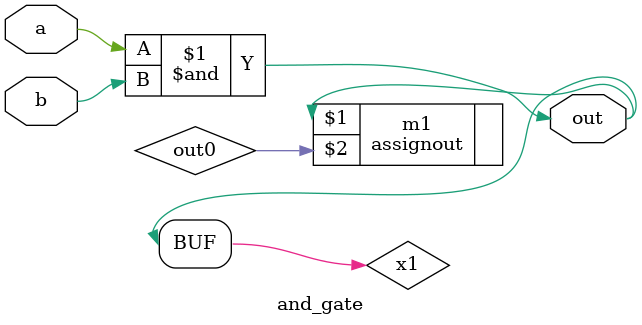
<source format=v>

module and_gate( 
    input a, 
    input b, 
    output out );

    // assing the AND of a and b to out
and( x1, a, b );


//non-assign statement 
assign out = x1;
 


 //internal representation of output
 assignout m1(out, out0); 

endmodule

</source>
